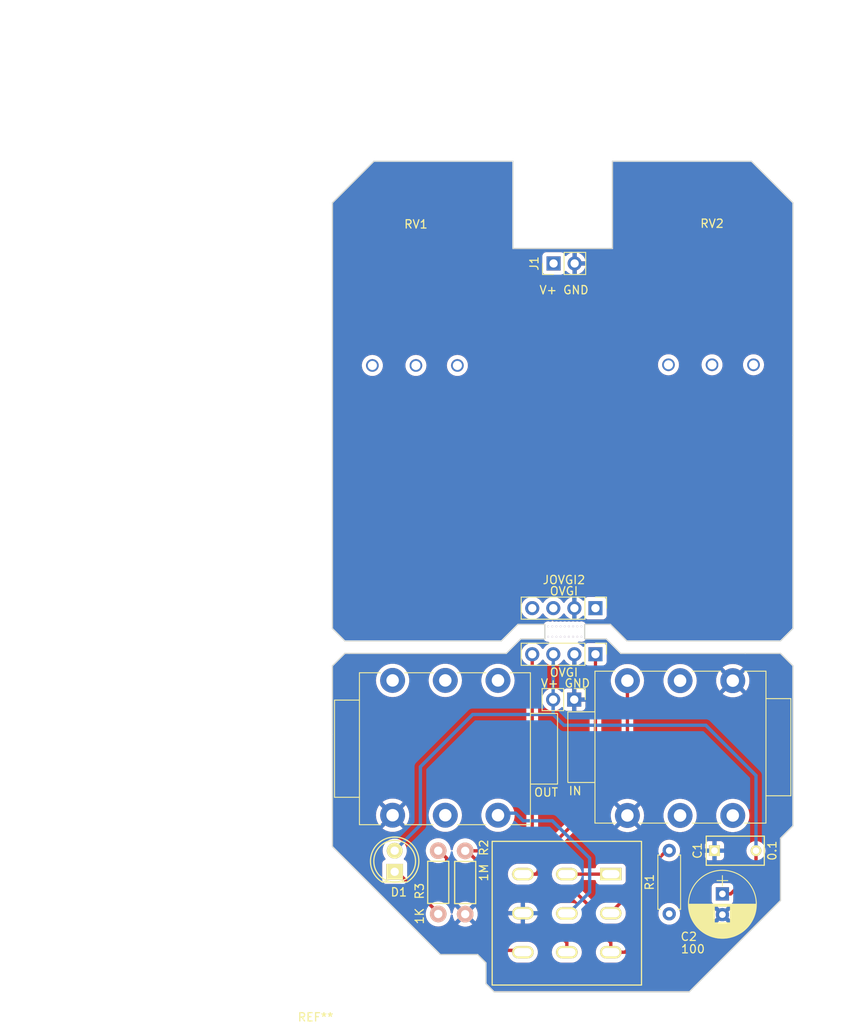
<source format=kicad_pcb>
(kicad_pcb (version 20221018) (generator pcbnew)
  (layers (0 "F.Cu" signal) (31 "B.Cu" signal) (34 "B.Paste" user) (35 "F.Paste" user) (36 "B.SilkS" user "B.Silkscreen") (37 "F.SilkS" user "F.Silkscreen") (38 "B.Mask" user) (39 "F.Mask" user) (44 "Edge.Cuts" user))
  (net 0 "")
  (net 4 "Net-(J2-Pad2)")
  (net 5 "Net-(SW1-Pad1)")
  (net 6 "Net-(R3-Pad2)")
  (net 7 "Net-(J3-Pad2)")
  (net 8 "Net-(D1-Pad1)")
  (net 9 "GND")
  (net 10 "/O")
  (net 11 "/I")
  (net 12 "+9V")
  (footprint "Pedal-Components:Potentiometer_ALPHA_RV16106N" (layer "F.Cu") (at 164.695 59.845)
    (fp_text reference "RV2" (at 0 -0.5 unlocked) (layer "F.SilkS"))
    (fp_text value "R_Potentiometer")
    (pad "1" thru_hole circle (at -5.25 16.5) (size 1.524 1.524) (drill 1.1) (layers "*.Cu" "*.Mask"))
    (pad "2" thru_hole circle (at 0 16.5) (size 1.524 1.524) (drill 1.1) (layers "*.Cu" "*.Mask"))
    (pad "3" thru_hole circle (at 5 16.5) (size 1.524 1.524) (drill 1.1) (layers "*.Cu" "*.Mask"))
  )
  (footprint "KiCad Lib:mousebites" (layer "F.Cu") (at 146.945 109.845)
    (fp_text reference "REF**" hide)
    (fp_text value "mousebites" hide)
    (pad "" thru_hole circle (at -2 -2) (size 0.2 0.2) (drill 0.2) (layers "*.Cu" "*.Mask"))
    (pad "" thru_hole circle (at -1.5 -2) (size 0.2 0.2) (drill 0.2) (layers "*.Cu" "*.Mask"))
    (pad "" thru_hole circle (at -1 -2) (size 0.2 0.2) (drill 0.2) (layers "*.Cu" "*.Mask"))
    (pad "" thru_hole circle (at -0.5 -2) (size 0.2 0.2) (drill 0.2) (layers "*.Cu" "*.Mask"))
    (pad "" thru_hole circle (at 0 -2) (size 0.2 0.2) (drill 0.2) (layers "*.Cu" "*.Mask"))
    (pad "" thru_hole circle (at 0.5 -2) (size 0.2 0.2) (drill 0.2) (layers "*.Cu" "*.Mask"))
    (pad "" thru_hole circle (at 1 -2) (size 0.2 0.2) (drill 0.2) (layers "*.Cu" "*.Mask"))
    (pad "" thru_hole circle (at 1.5 -2) (size 0.2 0.2) (drill 0.2) (layers "*.Cu" "*.Mask"))
    (pad "" thru_hole circle (at 2 -2) (size 0.2 0.2) (drill 0.2) (layers "*.Cu" "*.Mask"))
  )
  (footprint "Connectors:NMJ6HCD2" (layer "F.Cu") (at 167.195 114.375 -90)
    (fp_text reference "J2" hide)
    (fp_text value "IN" (at 13.28 19) (layer "F.SilkS"))
    (fp_line (start -1.14 -4) (end 17.15 -4) (stroke (width 0.12)) (layer "F.SilkS"))
    (fp_line (start -1.14 -1.45) (end -1.14 -4) (stroke (width 0.12)) (layer "F.SilkS"))
    (fp_line (start -1.14 4.89) (end -1.14 1.46) (stroke (width 0.12)) (layer "F.SilkS"))
    (fp_line (start -1.14 11.24) (end -1.14 7.81) (stroke (width 0.12)) (layer "F.SilkS"))
    (fp_line (start -1.14 16.61) (end -1.14 14.16) (stroke (width 0.12)) (layer "F.SilkS"))
    (fp_line (start -1.14 16.61) (end 17.15 16.61) (stroke (width 0.12)) (layer "F.SilkS"))
    (fp_line (start 2.16 -7) (end 2.16 -4) (stroke (width 0.12)) (layer "F.SilkS"))
    (fp_line (start 2.16 -7) (end 13.86 -7) (stroke (width 0.12)) (layer "F.SilkS"))
    (fp_line (start 3.75 16.64) (end 3.75 19.86) (stroke (width 0.12)) (layer "F.SilkS"))
    (fp_line (start 3.75 19.88) (end 12.23 19.88) (stroke (width 0.12)) (layer "F.SilkS"))
    (fp_line (start 12.26 16.64) (end 12.26 19.86) (stroke (width 0.12)) (layer "F.SilkS"))
    (fp_line (start 13.86 -7) (end 13.86 -4) (stroke (width 0.12)) (layer "F.SilkS"))
    (fp_line (start 17.15 -4) (end 17.15 -1.45) (stroke (width 0.12)) (layer "F.SilkS"))
    (fp_line (start 17.15 1.46) (end 17.15 4.89) (stroke (width 0.12)) (layer "F.SilkS"))
    (fp_line (start 17.15 7.81) (end 17.15 11.24) (stroke (width 0.12)) (layer "F.SilkS"))
    (fp_line (start 17.15 16.61) (end 17.15 14.16) (stroke (width 0.12)) (layer "F.SilkS"))
    (pad "1" thru_hole circle (at 0 0 270) (size 3 3) (drill 1.5) (layers "*.Cu" "*.Mask") (net 9 "GND"))
    (pad "2" thru_hole circle (at 0 12.7 270) (size 3 3) (drill 1.5) (layers "*.Cu" "*.Mask") (net 4 "Net-(J2-Pad2)"))
    (pad "3" thru_hole circle (at 0 6.35 270) (size 3 3) (drill 1.5) (layers "*.Cu" "*.Mask"))
    (pad "4" thru_hole circle (at 16.23 0 270) (size 3 3) (drill 1.5) (layers "*.Cu" "*.Mask"))
    (pad "5" thru_hole circle (at 16.23 12.7 270) (size 3 3) (drill 1.5) (layers "*.Cu" "*.Mask") (net 9 "GND"))
    (pad "6" thru_hole circle (at 16.23 6.35 270) (size 3 3) (drill 1.5) (layers "*.Cu" "*.Mask"))
  )
  (footprint "Resistors_ThroughHole:Resistor_Horizontal_RM7mm" (layer "F.Cu") (at 134.945 134.865 -90)
    (fp_text reference "R2" (at -0.38 -2.25 90) (layer "F.SilkS"))
    (fp_text value "1M" (at 2.62 -2.25 90) (layer "F.SilkS"))
    (fp_line (start 1.27 -1.27) (end 6.35 -1.27) (stroke (width 0.15)) (layer "F.SilkS"))
    (fp_line (start 1.27 1.27) (end 1.27 -1.27) (stroke (width 0.15)) (layer "F.SilkS"))
    (fp_line (start 6.35 -1.27) (end 6.35 1.27) (stroke (width 0.15)) (layer "F.SilkS"))
    (fp_line (start 6.35 1.27) (end 1.27 1.27) (stroke (width 0.15)) (layer "F.SilkS"))
    (pad "1" thru_hole circle (at 0 0 270) (size 1.99898 1.99898) (drill 1.00076) (layers "*.Cu" "*.SilkS" "*.Mask") (net 10 "/O"))
    (pad "2" thru_hole circle (at 7.62 0 270) (size 1.99898 1.99898) (drill 1.00076) (layers "*.Cu" "*.SilkS" "*.Mask") (net 9 "GND"))
  )
  (footprint "Pin_Headers:Pin_Header_Straight_1x02_Pitch2.54mm" (layer "F.Cu") (at 145.595 64.145 90)
    (fp_text reference "J1" (at 0 -2.33 90) (layer "F.SilkS"))
    (fp_text value "V+ GND" (at -3.2 1.26 180) (layer "F.SilkS"))
    (fp_line (start -1.33 -1.33) (end 0 -1.33) (stroke (width 0.12)) (layer "F.SilkS"))
    (fp_line (start -1.33 0) (end -1.33 -1.33) (stroke (width 0.12)) (layer "F.SilkS"))
    (fp_line (start -1.33 1.27) (end -1.33 3.87) (stroke (width 0.12)) (layer "F.SilkS"))
    (fp_line (start -1.33 1.27) (end 1.33 1.27) (stroke (width 0.12)) (layer "F.SilkS"))
    (fp_line (start -1.33 3.87) (end 1.33 3.87) (stroke (width 0.12)) (layer "F.SilkS"))
    (fp_line (start 1.33 1.27) (end 1.33 3.87) (stroke (width 0.12)) (layer "F.SilkS"))
    (pad "1" thru_hole rect (at 0 0 90) (size 1.7 1.7) (drill 1) (layers "*.Cu" "*.Mask") (net 12 "+9V"))
    (pad "2" thru_hole oval (at 0 2.54 90) (size 1.7 1.7) (drill 1) (layers "*.Cu" "*.Mask") (net 9 "GND"))
  )
  (footprint "Resistors_ThroughHole:Resistor_Horizontal_RM7mm" (layer "F.Cu") (at 131.695 142.465 90)
    (fp_text reference "R3" (at 2.75 -2.25 90) (layer "F.SilkS"))
    (fp_text value "1K" (at -0.25 -2.25 90) (layer "F.SilkS"))
    (fp_line (start 1.27 -1.27) (end 6.35 -1.27) (stroke (width 0.15)) (layer "F.SilkS"))
    (fp_line (start 1.27 1.27) (end 1.27 -1.27) (stroke (width 0.15)) (layer "F.SilkS"))
    (fp_line (start 6.35 -1.27) (end 6.35 1.27) (stroke (width 0.15)) (layer "F.SilkS"))
    (fp_line (start 6.35 1.27) (end 1.27 1.27) (stroke (width 0.15)) (layer "F.SilkS"))
    (pad "1" thru_hole circle (at 0 0 90) (size 1.99898 1.99898) (drill 1.00076) (layers "*.Cu" "*.SilkS" "*.Mask") (net 8 "Net-(D1-Pad1)"))
    (pad "2" thru_hole circle (at 7.62 0 90) (size 1.99898 1.99898) (drill 1.00076) (layers "*.Cu" "*.SilkS" "*.Mask") (net 6 "Net-(R3-Pad2)"))
  )
  (footprint "KiCad Lib:mousebites" (layer "F.Cu") (at 146.945 111.095)
    (fp_text reference "REF**" hide)
    (fp_text value "mousebites" hide)
    (pad "" thru_hole circle (at -2 -2) (size 0.2 0.2) (drill 0.2) (layers "*.Cu" "*.Mask"))
    (pad "" thru_hole circle (at -1.5 -2) (size 0.2 0.2) (drill 0.2) (layers "*.Cu" "*.Mask"))
    (pad "" thru_hole circle (at -1 -2) (size 0.2 0.2) (drill 0.2) (layers "*.Cu" "*.Mask"))
    (pad "" thru_hole circle (at -0.5 -2) (size 0.2 0.2) (drill 0.2) (layers "*.Cu" "*.Mask"))
    (pad "" thru_hole circle (at 0 -2) (size 0.2 0.2) (drill 0.2) (layers "*.Cu" "*.Mask"))
    (pad "" thru_hole circle (at 0.5 -2) (size 0.2 0.2) (drill 0.2) (layers "*.Cu" "*.Mask"))
    (pad "" thru_hole circle (at 1 -2) (size 0.2 0.2) (drill 0.2) (layers "*.Cu" "*.Mask"))
    (pad "" thru_hole circle (at 1.5 -2) (size 0.2 0.2) (drill 0.2) (layers "*.Cu" "*.Mask"))
    (pad "" thru_hole circle (at 2 -2) (size 0.2 0.2) (drill 0.2) (layers "*.Cu" "*.Mask"))
  )
  (footprint "Capacitors_THT:CP_Radial_D8.0mm_P2.50mm" (layer "F.Cu") (at 165.945 140.045 -90)
    (fp_text reference "C2" (at 5.15 4.05) (layer "F.SilkS"))
    (fp_text value "100" (at 6.65 3.55) (layer "F.SilkS"))
    (fp_line (start -2.2 0) (end -1 0) (stroke (width 0.12)) (layer "F.SilkS"))
    (fp_line (start -1.6 -0.65) (end -1.6 0.65) (stroke (width 0.12)) (layer "F.SilkS"))
    (fp_line (start 1.25 -4.05) (end 1.25 4.05) (stroke (width 0.12)) (layer "F.SilkS"))
    (fp_line (start 1.29 -4.05) (end 1.29 4.05) (stroke (width 0.12)) (layer "F.SilkS"))
    (fp_line (start 1.33 -4.05) (end 1.33 4.05) (stroke (width 0.12)) (layer "F.SilkS"))
    (fp_line (start 1.37 -4.049) (end 1.37 4.049) (stroke (width 0.12)) (layer "F.SilkS"))
    (fp_line (start 1.41 -4.047) (end 1.41 4.047) (stroke (width 0.12)) (layer "F.SilkS"))
    (fp_line (start 1.45 -4.046) (end 1.45 4.046) (stroke (width 0.12)) (layer "F.SilkS"))
    (fp_line (start 1.49 -4.043) (end 1.49 4.043) (stroke (width 0.12)) (layer "F.SilkS"))
    (fp_line (start 1.53 -4.041) (end 1.53 -0.98) (stroke (width 0.12)) (layer "F.SilkS"))
    (fp_line (start 1.53 0.98) (end 1.53 4.041) (stroke (width 0.12)) (layer "F.SilkS"))
    (fp_line (start 1.57 -4.038) (end 1.57 -0.98) (stroke (width 0.12)) (layer "F.SilkS"))
    (fp_line (start 1.57 0.98) (end 1.57 4.038) (stroke (width 0.12)) (layer "F.SilkS"))
    (fp_line (start 1.61 -4.035) (end 1.61 -0.98) (stroke (width 0.12)) (layer "F.SilkS"))
    (fp_line (start 1.61 0.98) (end 1.61 4.035) (stroke (width 0.12)) (layer "F.SilkS"))
    (fp_line (start 1.65 -4.031) (end 1.65 -0.98) (stroke (width 0.12)) (layer "F.SilkS"))
    (fp_line (start 1.65 0.98) (end 1.65 4.031) (stroke (width 0.12)) (layer "F.SilkS"))
    (fp_line (start 1.69 -4.027) (end 1.69 -0.98) (stroke (width 0.12)) (layer "F.SilkS"))
    (fp_line (start 1.69 0.98) (end 1.69 4.027) (stroke (width 0.12)) (layer "F.SilkS"))
    (fp_line (start 1.73 -4.022) (end 1.73 -0.98) (stroke (width 0.12)) (layer "F.SilkS"))
    (fp_line (start 1.73 0.98) (end 1.73 4.022) (stroke (width 0.12)) (layer "F.SilkS"))
    (fp_line (start 1.77 -4.017) (end 1.77 -0.98) (stroke (width 0.12)) (layer "F.SilkS"))
    (fp_line (start 1.77 0.98) (end 1.77 4.017) (stroke (width 0.12)) (layer "F.SilkS"))
    (fp_line (start 1.81 -4.012) (end 1.81 -0.98) (stroke (width 0.12)) (layer "F.SilkS"))
    (fp_line (start 1.81 0.98) (end 1.81 4.012) (stroke (width 0.12)) (layer "F.SilkS"))
    (fp_line (start 1.85 -4.006) (end 1.85 -0.98) (stroke (width 0.12)) (layer "F.SilkS"))
    (fp_line (start 1.85 0.98) (end 1.85 4.006) (stroke (width 0.12)) (layer "F.SilkS"))
    (fp_line (start 1.89 -4) (end 1.89 -0.98) (stroke (width 0.12)) (layer "F.SilkS"))
    (fp_line (start 1.89 0.98) (end 1.89 4) (stroke (width 0.12)) (layer "F.SilkS"))
    (fp_line (start 1.93 -3.994) (end 1.93 -0.98) (stroke (width 0.12)) (layer "F.SilkS"))
    (fp_line (start 1.93 0.98) (end 1.93 3.994) (stroke (width 0.12)) (layer "F.SilkS"))
    (fp_line (start 1.971 -3.987) (end 1.971 -0.98) (stroke (width 0.12)) (layer "F.SilkS"))
    (fp_line (start 1.971 0.98) (end 1.971 3.987) (stroke (width 0.12)) (layer "F.SilkS"))
    (fp_line (start 2.011 -3.979) (end 2.011 -0.98) (stroke (width 0.12)) (layer "F.SilkS"))
    (fp_line (start 2.011 0.98) (end 2.011 3.979) (stroke (width 0.12)) (layer "F.SilkS"))
    (fp_line (start 2.051 -3.971) (end 2.051 -0.98) (stroke (width 0.12)) (layer "F.SilkS"))
    (fp_line (start 2.051 0.98) (end 2.051 3.971) (stroke (width 0.12)) (layer "F.SilkS"))
    (fp_line (start 2.091 -3.963) (end 2.091 -0.98) (stroke (width 0.12)) (layer "F.SilkS"))
    (fp_line (start 2.091 0.98) (end 2.091 3.963) (stroke (width 0.12)) (layer "F.SilkS"))
    (fp_line (start 2.131 -3.955) (end 2.131 -0.98) (stroke (width 0.12)) (layer "F.SilkS"))
    (fp_line (start 2.131 0.98) (end 2.131 3.955) (stroke (width 0.12)) (layer "F.SilkS"))
    (fp_line (start 2.171 -3.946) (end 2.171 -0.98) (stroke (width 0.12)) (layer "F.SilkS"))
    (fp_line (start 2.171 0.98) (end 2.171 3.946) (stroke (width 0.12)) (layer "F.SilkS"))
    (fp_line (start 2.211 -3.936) (end 2.211 -0.98) (stroke (width 0.12)) (layer "F.SilkS"))
    (fp_line (start 2.211 0.98) (end 2.211 3.936) (stroke (width 0.12)) (layer "F.SilkS"))
    (fp_line (start 2.251 -3.926) (end 2.251 -0.98) (stroke (width 0.12)) (layer "F.SilkS"))
    (fp_line (start 2.251 0.98) (end 2.251 3.926) (stroke (width 0.12)) (layer "F.SilkS"))
    (fp_line (start 2.291 -3.916) (end 2.291 -0.98) (stroke (width 0.12)) (layer "F.SilkS"))
    (fp_line (start 2.291 0.98) (end 2.291 3.916) (stroke (width 0.12)) (layer "F.SilkS"))
    (fp_line (start 2.331 -3.905) (end 2.331 -0.98) (stroke (width 0.12)) (layer "F.SilkS"))
    (fp_line (start 2.331 0.98) (end 2.331 3.905) (stroke (width 0.12)) (layer "F.SilkS"))
    (fp_line (start 2.371 -3.894) (end 2.371 -0.98) (stroke (width 0.12)) (layer "F.SilkS"))
    (fp_line (start 2.371 0.98) (end 2.371 3.894) (stroke (width 0.12)) (layer "F.SilkS"))
    (fp_line (start 2.411 -3.883) (end 2.411 -0.98) (stroke (width 0.12)) (layer "F.SilkS"))
    (fp_line (start 2.411 0.98) (end 2.411 3.883) (stroke (width 0.12)) (layer "F.SilkS"))
    (fp_line (start 2.451 -3.87) (end 2.451 -0.98) (stroke (width 0.12)) (layer "F.SilkS"))
    (fp_line (start 2.451 0.98) (end 2.451 3.87) (stroke (width 0.12)) (layer "F.SilkS"))
    (fp_line (start 2.491 -3.858) (end 2.491 -0.98) (stroke (width 0.12)) (layer "F.SilkS"))
    (fp_line (start 2.491 0.98) (end 2.491 3.858) (stroke (width 0.12)) (layer "F.SilkS"))
    (fp_line (start 2.531 -3.845) (end 2.531 -0.98) (stroke (width 0.12)) (layer "F.SilkS"))
    (fp_line (start 2.531 0.98) (end 2.531 3.845) (stroke (width 0.12)) (layer "F.SilkS"))
    (fp_line (start 2.571 -3.832) (end 2.571 -0.98) (stroke (width 0.12)) (layer "F.SilkS"))
    (fp_line (start 2.571 0.98) (end 2.571 3.832) (stroke (width 0.12)) (layer "F.SilkS"))
    (fp_line (start 2.611 -3.818) (end 2.611 -0.98) (stroke (width 0.12)) (layer "F.SilkS"))
    (fp_line (start 2.611 0.98) (end 2.611 3.818) (stroke (width 0.12)) (layer "F.SilkS"))
    (fp_line (start 2.651 -3.803) (end 2.651 -0.98) (stroke (width 0.12)) (layer "F.SilkS"))
    (fp_line (start 2.651 0.98) (end 2.651 3.803) (stroke (width 0.12)) (layer "F.SilkS"))
    (fp_line (start 2.691 -3.789) (end 2.691 -0.98) (stroke (width 0.12)) (layer "F.SilkS"))
    (fp_line (start 2.691 0.98) (end 2.691 3.789) (stroke (width 0.12)) (layer "F.SilkS"))
    (fp_line (start 2.731 -3.773) (end 2.731 -0.98) (stroke (width 0.12)) (layer "F.SilkS"))
    (fp_line (start 2.731 0.98) (end 2.731 3.773) (stroke (width 0.12)) (layer "F.SilkS"))
    (fp_line (start 2.771 -3.758) (end 2.771 -0.98) (stroke (width 0.12)) (layer "F.SilkS"))
    (fp_line (start 2.771 0.98) (end 2.771 3.758) (stroke (width 0.12)) (layer "F.SilkS"))
    (fp_line (start 2.811 -3.741) (end 2.811 -0.98) (stroke (width 0.12)) (layer "F.SilkS"))
    (fp_line (start 2.811 0.98) (end 2.811 3.741) (stroke (width 0.12)) (layer "F.SilkS"))
    (fp_line (start 2.851 -3.725) (end 2.851 -0.98) (stroke (width 0.12)) (layer "F.SilkS"))
    (fp_line (start 2.851 0.98) (end 2.851 3.725) (stroke (width 0.12)) (layer "F.SilkS"))
    (fp_line (start 2.891 -3.707) (end 2.891 -0.98) (stroke (width 0.12)) (layer "F.SilkS"))
    (fp_line (start 2.891 0.98) (end 2.891 3.707) (stroke (width 0.12)) (layer "F.SilkS"))
    (fp_line (start 2.931 -3.69) (end 2.931 -0.98) (stroke (width 0.12)) (layer "F.SilkS"))
    (fp_line (start 2.931 0.98) (end 2.931 3.69) (stroke (width 0.12)) (layer "F.SilkS"))
    (fp_line (start 2.971 -3.671) (end 2.971 -0.98) (stroke (width 0.12)) (layer "F.SilkS"))
    (fp_line (start 2.971 0.98) (end 2.971 3.671) (stroke (width 0.12)) (layer "F.SilkS"))
    (fp_line (start 3.011 -3.652) (end 3.011 -0.98) (stroke (width 0.12)) (layer "F.SilkS"))
    (fp_line (start 3.011 0.98) (end 3.011 3.652) (stroke (width 0.12)) (layer "F.SilkS"))
    (fp_line (start 3.051 -3.633) (end 3.051 -0.98) (stroke (width 0.12)) (layer "F.SilkS"))
    (fp_line (start 3.051 0.98) (end 3.051 3.633) (stroke (width 0.12)) (layer "F.SilkS"))
    (fp_line (start 3.091 -3.613) (end 3.091 -0.98) (stroke (width 0.12)) (layer "F.SilkS"))
    (fp_line (start 3.091 0.98) (end 3.091 3.613) (stroke (width 0.12)) (layer "F.SilkS"))
    (fp_line (start 3.131 -3.593) (end 3.131 -0.98) (stroke (width 0.12)) (layer "F.SilkS"))
    (fp_line (start 3.131 0.98) (end 3.131 3.593) (stroke (width 0.12)) (layer "F.SilkS"))
    (fp_line (start 3.171 -3.572) (end 3.171 -0.98) (stroke (width 0.12)) (layer "F.SilkS"))
    (fp_line (start 3.171 0.98) (end 3.171 3.572) (stroke (width 0.12)) (layer "F.SilkS"))
    (fp_line (start 3.211 -3.55) (end 3.211 -0.98) (stroke (width 0.12)) (layer "F.SilkS"))
    (fp_line (start 3.211 0.98) (end 3.211 3.55) (stroke (width 0.12)) (layer "F.SilkS"))
    (fp_line (start 3.251 -3.528) (end 3.251 -0.98) (stroke (width 0.12)) (layer "F.SilkS"))
    (fp_line (start 3.251 0.98) (end 3.251 3.528) (stroke (width 0.12)) (layer "F.SilkS"))
    (fp_line (start 3.291 -3.505) (end 3.291 -0.98) (stroke (width 0.12)) (layer "F.SilkS"))
    (fp_line (start 3.291 0.98) (end 3.291 3.505) (stroke (width 0.12)) (layer "F.SilkS"))
    (fp_line (start 3.331 -3.482) (end 3.331 -0.98) (stroke (width 0.12)) (layer "F.SilkS"))
    (fp_line (start 3.331 0.98) (end 3.331 3.482) (stroke (width 0.12)) (layer "F.SilkS"))
    (fp_line (start 3.371 -3.458) (end 3.371 -0.98) (stroke (width 0.12)) (layer "F.SilkS"))
    (fp_line (start 3.371 0.98) (end 3.371 3.458) (stroke (width 0.12)) (layer "F.SilkS"))
    (fp_line (start 3.411 -3.434) (end 3.411 -0.98) (stroke (width 0.12)) (layer "F.SilkS"))
    (fp_line (start 3.411 0.98) (end 3.411 3.434) (stroke (width 0.12)) (layer "F.SilkS"))
    (fp_line (start 3.451 -3.408) (end 3.451 -0.98) (stroke (width 0.12)) (layer "F.SilkS"))
    (fp_line (start 3.451 0.98) (end 3.451 3.408) (stroke (width 0.12)) (layer "F.SilkS"))
    (fp_line (start 3.491 -3.383) (end 3.491 3.383) (stroke (width 0.12)) (layer "F.SilkS"))
    (fp_line (start 3.531 -3.356) (end 3.531 3.356) (stroke (width 0.12)) (layer "F.SilkS"))
    (fp_line (start 3.571 -3.329) (end 3.571 3.329) (stroke (width 0.12)) (layer "F.SilkS"))
    (fp_line (start 3.611 -3.301) (end 3.611 3.301) (stroke (width 0.12)) (layer "F.SilkS"))
    (fp_line (start 3.651 -3.272) (end 3.651 3.272) (stroke (width 0.12)) (layer "F.SilkS"))
    (fp_line (start 3.691 -3.243) (end 3.691 3.243) (stroke (width 0.12)) (layer "F.SilkS"))
    (fp_line (start 3.731 -3.213) (end 3.731 3.213) (stroke (width 0.12)) (layer "F.SilkS"))
    (fp_line (start 3.771 -3.182) (end 3.771 3.182) (stroke (width 0.12)) (layer "F.SilkS"))
    (fp_line (start 3.811 -3.15) (end 3.811 3.15) (stroke (width 0.12)) (layer "F.SilkS"))
    (fp_line (start 3.851 -3.118) (end 3.851 3.118) (stroke (width 0.12)) (layer "F.SilkS"))
    (fp_line (start 3.891 -3.084) (end 3.891 3.084) (stroke (width 0.12)) (layer "F.SilkS"))
    (fp_line (start 3.931 -3.05) (end 3.931 3.05) (stroke (width 0.12)) (layer "F.SilkS"))
    (fp_line (start 3.971 -3.015) (end 3.971 3.015) (stroke (width 0.12)) (layer "F.SilkS"))
    (fp_line (start 4.011 -2.979) (end 4.011 2.979) (stroke (width 0.12)) (layer "F.SilkS"))
    (fp_line (start 4.051 -2.942) (end 4.051 2.942) (stroke (width 0.12)) (layer "F.SilkS"))
    (fp_line (start 4.091 -2.904) (end 4.091 2.904) (stroke (width 0.12)) (layer "F.SilkS"))
    (fp_line (start 4.131 -2.865) (end 4.131 2.865) (stroke (width 0.12)) (layer "F.SilkS"))
    (fp_line (start 4.171 -2.824) (end 4.171 2.824) (stroke (width 0.12)) (layer "F.SilkS"))
    (fp_line (start 4.211 -2.783) (end 4.211 2.783) (stroke (width 0.12)) (layer "F.SilkS"))
    (fp_line (start 4.251 -2.74) (end 4.251 2.74) (stroke (width 0.12)) (layer "F.SilkS"))
    (fp_line (start 4.291 -2.697) (end 4.291 2.697) (stroke (width 0.12)) (layer "F.SilkS"))
    (fp_line (start 4.331 -2.652) (end 4.331 2.652) (stroke (width 0.12)) (layer "F.SilkS"))
    (fp_line (start 4.371 -2.605) (end 4.371 2.605) (stroke (width 0.12)) (layer "F.SilkS"))
    (fp_line (start 4.411 -2.557) (end 4.411 2.557) (stroke (width 0.12)) (layer "F.SilkS"))
    (fp_line (start 4.451 -2.508) (end 4.451 2.508) (stroke (width 0.12)) (layer "F.SilkS"))
    (fp_line (start 4.491 -2.457) (end 4.491 2.457) (stroke (width 0.12)) (layer "F.SilkS"))
    (fp_line (start 4.531 -2.404) (end 4.531 2.404) (stroke (width 0.12)) (layer "F.SilkS"))
    (fp_line (start 4.571 -2.349) (end 4.571 2.349) (stroke (width 0.12)) (layer "F.SilkS"))
    (fp_line (start 4.611 -2.293) (end 4.611 2.293) (stroke (width 0.12)) (layer "F.SilkS"))
    (fp_line (start 4.651 -2.234) (end 4.651 2.234) (stroke (width 0.12)) (layer "F.SilkS"))
    (fp_line (start 4.691 -2.173) (end 4.691 2.173) (stroke (width 0.12)) (layer "F.SilkS"))
    (fp_line (start 4.731 -2.109) (end 4.731 2.109) (stroke (width 0.12)) (layer "F.SilkS"))
    (fp_line (start 4.771 -2.043) (end 4.771 2.043) (stroke (width 0.12)) (layer "F.SilkS"))
    (fp_line (start 4.811 -1.974) (end 4.811 1.974) (stroke (width 0.12)) (layer "F.SilkS"))
    (fp_line (start 4.851 -1.902) (end 4.851 1.902) (stroke (width 0.12)) (layer "F.SilkS"))
    (fp_line (start 4.891 -1.826) (end 4.891 1.826) (stroke (width 0.12)) (layer "F.SilkS"))
    (fp_line (start 4.931 -1.745) (end 4.931 1.745) (stroke (width 0.12)) (layer "F.SilkS"))
    (fp_line (start 4.971 -1.66) (end 4.971 1.66) (stroke (width 0.12)) (layer "F.SilkS"))
    (fp_line (start 5.011 -1.57) (end 5.011 1.57) (stroke (width 0.12)) (layer "F.SilkS"))
    (fp_line (start 5.051 -1.473) (end 5.051 1.473) (stroke (width 0.12)) (layer "F.SilkS"))
    (fp_line (start 5.091 -1.369) (end 5.091 1.369) (stroke (width 0.12)) (layer "F.SilkS"))
    (fp_line (start 5.131 -1.254) (end 5.131 1.254) (stroke (width 0.12)) (layer "F.SilkS"))
    (fp_line (start 5.171 -1.127) (end 5.171 1.127) (stroke (width 0.12)) (layer "F.SilkS"))
    (fp_line (start 5.211 -0.983) (end 5.211 0.983) (stroke (width 0.12)) (layer "F.SilkS"))
    (fp_line (start 5.251 -0.814) (end 5.251 0.814) (stroke (width 0.12)) (layer "F.SilkS"))
    (fp_line (start 5.291 -0.598) (end 5.291 0.598) (stroke (width 0.12)) (layer "F.SilkS"))
    (fp_line (start 5.331 -0.246) (end 5.331 0.246) (stroke (width 0.12)) (layer "F.SilkS"))
    (fp_circle (center 1.25 0) (end 5.34 0) (stroke (width 0.12)) (fill none) (layer "F.SilkS"))
    (pad "1" thru_hole rect (at 0 0 270) (size 1.6 1.6) (drill 0.8) (layers "*.Cu" "*.Mask") (net 12 "+9V"))
    (pad "2" thru_hole circle (at 2.5 0 270) (size 1.6 1.6) (drill 0.8) (layers "*.Cu" "*.Mask") (net 9 "GND"))
  )
  (footprint "Pedal-Components:Potentiometer_ALPHA_RV16106N" (layer "F.Cu") (at 129.005 59.925)
    (fp_text reference "RV1" (at 0 -0.5 unlocked) (layer "F.SilkS"))
    (fp_text value "R_Potentiometer")
    (pad "1" thru_hole circle (at -5.25 16.5) (size 1.524 1.524) (drill 1.1) (layers "*.Cu" "*.Mask"))
    (pad "2" thru_hole circle (at 0 16.5) (size 1.524 1.524) (drill 1.1) (layers "*.Cu" "*.Mask"))
    (pad "3" thru_hole circle (at 5 16.5) (size 1.524 1.524) (drill 1.1) (layers "*.Cu" "*.Mask"))
  )
  (footprint "LEDs:LED-5MM" (layer "F.Cu") (at 126.445 137.385 90)
    (fp_text reference "D1" (at -2.46 0.5) (layer "F.SilkS"))
    (fp_text value "LED" hide)
    (fp_line (start -1.23 1.5) (end -1.23 -1.5) (stroke (width 0.15)) (layer "F.SilkS"))
    (fp_arc (start -1.23 -1.5) (mid 4.18544 -0.014565) (end -1.214888 1.524904) (stroke (width 0.15)) (layer "F.SilkS"))
    (fp_circle (center 1.27 0) (end 0.97 -2.5) (stroke (width 0.15)) (fill none) (layer "F.SilkS"))
    (pad "1" thru_hole rect (at 0 0 180) (size 2 1.9) (drill 1.00076) (layers "*.Cu" "*.Mask" "F.SilkS") (net 8 "Net-(D1-Pad1)"))
    (pad "2" thru_hole circle (at 2.54 0 90) (size 1.9 1.9) (drill 1.00076) (layers "*.Cu" "*.Mask" "F.SilkS") (net 12 "+9V"))
  )
  (footprint "Connectors:NMJ6HCD2" (layer "F.Cu") (at 126.195 130.575 90)
    (fp_text reference "J3" hide)
    (fp_text value "OUT" (at 2.75 18.5) (layer "F.SilkS"))
    (fp_line (start -1.14 -4) (end 17.15 -4) (stroke (width 0.12)) (layer "F.SilkS"))
    (fp_line (start -1.14 -1.45) (end -1.14 -4) (stroke (width 0.12)) (layer "F.SilkS"))
    (fp_line (start -1.14 4.89) (end -1.14 1.46) (stroke (width 0.12)) (layer "F.SilkS"))
    (fp_line (start -1.14 11.24) (end -1.14 7.81) (stroke (width 0.12)) (layer "F.SilkS"))
    (fp_line (start -1.14 16.61) (end -1.14 14.16) (stroke (width 0.12)) (layer "F.SilkS"))
    (fp_line (start -1.14 16.61) (end 17.15 16.61) (stroke (width 0.12)) (layer "F.SilkS"))
    (fp_line (start 2.16 -7) (end 2.16 -4) (stroke (width 0.12)) (layer "F.SilkS"))
    (fp_line (start 2.16 -7) (end 13.86 -7) (stroke (width 0.12)) (layer "F.SilkS"))
    (fp_line (start 3.75 16.64) (end 3.75 19.86) (stroke (width 0.12)) (layer "F.SilkS"))
    (fp_line (start 3.75 19.88) (end 12.23 19.88) (stroke (width 0.12)) (layer "F.SilkS"))
    (fp_line (start 12.26 16.64) (end 12.26 19.86) (stroke (width 0.12)) (layer "F.SilkS"))
    (fp_line (start 13.86 -7) (end 13.86 -4) (stroke (width 0.12)) (layer "F.SilkS"))
    (fp_line (start 17.15 -4) (end 17.15 -1.45) (stroke (width 0.12)) (layer "F.SilkS"))
    (fp_line (start 17.15 1.46) (end 17.15 4.89) (stroke (width 0.12)) (layer "F.SilkS"))
    (fp_line (start 17.15 7.81) (end 17.15 11.24) (stroke (width 0.12)) (layer "F.SilkS"))
    (fp_line (start 17.15 16.61) (end 17.15 14.16) (stroke (width 0.12)) (layer "F.SilkS"))
    (pad "1" thru_hole circle (at 0 0 90) (size 3 3) (drill 1.5) (layers "*.Cu" "*.Mask") (net 9 "GND"))
    (pad "2" thru_hole circle (at 0 12.7 90) (size 3 3) (drill 1.5) (layers "*.Cu" "*.Mask") (net 7 "Net-(J3-Pad2)"))
    (pad "3" thru_hole circle (at 0 6.35 90) (size 3 3) (drill 1.5) (layers "*.Cu" "*.Mask"))
    (pad "4" thru_hole circle (at 16.23 0 90) (size 3 3) (drill 1.5) (layers "*.Cu" "*.Mask"))
    (pad "5" thru_hole circle (at 16.23 12.7 90) (size 3 3) (drill 1.5) (layers "*.Cu" "*.Mask"))
    (pad "6" thru_hole circle (at 16.23 6.35 90) (size 3 3) (drill 1.5) (layers "*.Cu" "*.Mask"))
  )
  (footprint "Pin_Headers:Pin_Header_Straight_1x02_Pitch2.54mm" (layer "F.Cu") (at 148.085 116.655 -90)
    (fp_text reference "J4" hide)
    (fp_text value "V+ GND" (at -1.96 1.06) (layer "F.SilkS"))
    (fp_line (start -1.33 -1.33) (end 0 -1.33) (stroke (width 0.12)) (layer "F.SilkS"))
    (fp_line (start -1.33 0) (end -1.33 -1.33) (stroke (width 0.12)) (layer "F.SilkS"))
    (fp_line (start -1.33 1.27) (end -1.33 3.87) (stroke (width 0.12)) (layer "F.SilkS"))
    (fp_line (start -1.33 1.27) (end 1.33 1.27) (stroke (width 0.12)) (layer "F.SilkS"))
    (fp_line (start -1.33 3.87) (end 1.33 3.87) (stroke (width 0.12)) (layer "F.SilkS"))
    (fp_line (start 1.33 1.27) (end 1.33 3.87) (stroke (width 0.12)) (layer "F.SilkS"))
    (pad "1" thru_hole rect (at 0 0 270) (size 1.7 1.7) (drill 1) (layers "*.Cu" "*.Mask") (net 9 "GND"))
    (pad "2" thru_hole oval (at 0 2.54 270) (size 1.7 1.7) (drill 1) (layers "*.Cu" "*.Mask") (net 12 "+9V"))
  )
  (footprint "KiCad Lib:1590B" (layer "F.Cu") (at 116.915 154.395)
    (fp_text reference "REF**" (at 0 0.5) (layer "F.SilkS"))
    (fp_text value "1590B")
  )
  (footprint "KiCad Lib:3PDT-Footswitch" (layer "F.Cu") (at 147.195 142.37 180)
    (fp_text reference "SW1" hide)
    (fp_text value "SW_3PDT" hide)
    (fp_line (start -9 -8.65) (end -9 8.65) (stroke (width 0.15)) (layer "F.SilkS"))
    (fp_line (start -9 -8.65) (end 9 -8.65) (stroke (width 0.15)) (layer "F.SilkS"))
    (fp_line (start 9 -8.65) (end 9 8.65) (stroke (width 0.15)) (layer "F.SilkS"))
    (fp_line (start 9 8.65) (end -8.9 8.65) (stroke (width 0.15)) (layer "F.SilkS"))
    (pad "1" thru_hole rect (at -5.3 4.7 180) (size 2.6 1.5) (drill oval 2.1 1) (layers "*.Cu" "*.Mask" "F.SilkS") (net 5 "Net-(SW1-Pad1)"))
    (pad "2" thru_hole oval (at 0 4.7 180) (size 2.6 1.5) (drill oval 2.1 1) (layers "*.Cu" "*.Mask" "F.SilkS") (net 5 "Net-(SW1-Pad1)"))
    (pad "3" thru_hole oval (at 5.3 4.7 180) (size 2.6 1.5) (drill oval 2.1 1) (layers "*.Cu" "*.Mask" "F.SilkS") (net 11 "/I"))
    (pad "4" thru_hole oval (at -5.3 0 180) (size 2.6 1.5) (drill oval 2.1 1) (layers "*.Cu" "*.Mask" "F.SilkS") (net 4 "Net-(J2-Pad2)"))
    (pad "5" thru_hole oval (at 0 -0.025 180) (size 2.6 1.5) (drill oval 2.1 1) (layers "*.Cu" "*.Mask" "F.SilkS") (net 7 "Net-(J3-Pad2)"))
    (pad "6" thru_hole oval (at 5.3 0 180) (size 2.6 1.5) (drill oval 2.1 1) (layers "*.Cu" "*.Mask" "F.SilkS") (net 9 "GND"))
    (pad "7" thru_hole oval (at -5.3 -4.7 180) (size 2.6 1.5) (drill oval 2.1 1) (layers "*.Cu" "*.Mask" "F.SilkS") (net 11 "/I"))
    (pad "8" thru_hole oval (at 0 -4.7 180) (size 2.6 1.5) (drill oval 2.1 1) (layers "*.Cu" "*.Mask" "F.SilkS") (net 10 "/O"))
    (pad "9" thru_hole oval (at 5.3 -4.7 180) (size 2.6 1.5) (drill oval 2.1 1) (layers "*.Cu" "*.Mask" "F.SilkS") (net 6 "Net-(R3-Pad2)"))
  )
  (footprint "Resistor_THT:R_Axial_DIN0207_L6.3mm_D2.5mm_P7.62mm_Horizontal" (layer "F.Cu") (at 159.535 142.445 90)
    (fp_text reference "R1" (at 3.81 -2.37 90) (layer "F.SilkS"))
    (fp_text value "R")
    (fp_line (start 0.54 -1.37) (end 7.08 -1.37) (stroke (width 0.12)) (layer "F.SilkS"))
    (fp_line (start 0.54 -1.04) (end 0.54 -1.37) (stroke (width 0.12)) (layer "F.SilkS"))
    (fp_line (start 0.54 1.04) (end 0.54 1.37) (stroke (width 0.12)) (layer "F.SilkS"))
    (fp_line (start 0.54 1.37) (end 7.08 1.37) (stroke (width 0.12)) (layer "F.SilkS"))
    (fp_line (start 7.08 -1.37) (end 7.08 -1.04) (stroke (width 0.12)) (layer "F.SilkS"))
    (fp_line (start 7.08 1.37) (end 7.08 1.04) (stroke (width 0.12)) (layer "F.SilkS"))
    (pad "1" thru_hole circle (at 0 0 90) (size 1.6 1.6) (drill 0.8) (layers "*.Cu" "*.Mask"))
    (pad "2" thru_hole oval (at 7.62 0 90) (size 1.6 1.6) (drill 0.8) (layers "*.Cu" "*.Mask"))
  )
  (footprint "Capacitors_ThroughHole:C_Rect_L7_W3.5_P5" (layer "F.Cu") (at 164.995 134.845)
    (fp_text reference "C1" (at -2.05 0 90) (layer "F.SilkS"))
    (fp_text value "0.1" (at 6.95 0 90) (layer "F.SilkS"))
    (fp_line (start -1 -1.75) (end 6 -1.75) (stroke (width 0.15)) (layer "F.SilkS"))
    (fp_line (start -1 1.75) (end -1 -1.75) (stroke (width 0.15)) (layer "F.SilkS"))
    (fp_line (start 6 -1.75) (end 6 1.75) (stroke (width 0.15)) (layer "F.SilkS"))
    (fp_line (start 6 1.75) (end -1 1.75) (stroke (width 0.15)) (layer "F.SilkS"))
    (pad "1" thru_hole rect (at 0 0) (size 1.3 1.3) (drill 0.8) (layers "*.Cu" "*.Mask" "F.SilkS") (net 9 "GND"))
    (pad "2" thru_hole circle (at 5 0) (size 1.3 1.3) (drill 0.8) (layers "*.Cu" "*.Mask" "F.SilkS") (net 12 "+9V"))
  )
  (footprint "Pin_Headers:Pin_Header_Straight_1x04_Pitch2.54mm" (layer "F.Cu") (at 150.645 111.195 -90)
    (fp_text reference "JOVGI1" hide)
    (fp_text value "OVGI" (at 2.2 3.8) (layer "F.SilkS"))
    (fp_line (start -1.33 -1.33) (end 0 -1.33) (stroke (width 0.12)) (layer "F.SilkS"))
    (fp_line (start -1.33 0) (end -1.33 -1.33) (stroke (width 0.12)) (layer "F.SilkS"))
    (fp_line (start -1.33 1.27) (end -1.33 8.95) (stroke (width 0.12)) (layer "F.SilkS"))
    (fp_line (start -1.33 1.27) (end 1.33 1.27) (stroke (width 0.12)) (layer "F.SilkS"))
    (fp_line (start -1.33 8.95) (end 1.33 8.95) (stroke (width 0.12)) (layer "F.SilkS"))
    (fp_line (start 1.33 1.27) (end 1.33 8.95) (stroke (width 0.12)) (layer "F.SilkS"))
    (pad "1" thru_hole rect (at 0 0 270) (size 1.7 1.7) (drill 1) (layers "*.Cu" "*.Mask") (net 11 "/I"))
    (pad "2" thru_hole oval (at 0 2.54 270) (size 1.7 1.7) (drill 1) (layers "*.Cu" "*.Mask") (net 9 "GND"))
    (pad "3" thru_hole oval (at 0 5.08 270) (size 1.7 1.7) (drill 1) (layers "*.Cu" "*.Mask") (net 12 "+9V"))
    (pad "4" thru_hole oval (at 0 7.62 270) (size 1.7 1.7) (drill 1) (layers "*.Cu" "*.Mask") (net 10 "/O"))
  )
  (footprint "Pin_Headers:Pin_Header_Straight_1x04_Pitch2.54mm" (layer "F.Cu") (at 150.645 105.645 -90)
    (fp_text reference "JOVGI2" (at -3.4 3.8) (layer "F.SilkS"))
    (fp_text value "OVGI" (at -2.05 3.8) (layer "F.SilkS"))
    (fp_line (start -1.33 -1.33) (end 0 -1.33) (stroke (width 0.12)) (layer "F.SilkS"))
    (fp_line (start -1.33 0) (end -1.33 -1.33) (stroke (width 0.12)) (layer "F.SilkS"))
    (fp_line (start -1.33 1.27) (end -1.33 8.95) (stroke (width 0.12)) (layer "F.SilkS"))
    (fp_line (start -1.33 1.27) (end 1.33 1.27) (stroke (width 0.12)) (layer "F.SilkS"))
    (fp_line (start -1.33 8.95) (end 1.33 8.95) (stroke (width 0.12)) (layer "F.SilkS"))
    (fp_line (start 1.33 1.27) (end 1.33 8.95) (stroke (width 0.12)) (layer "F.SilkS"))
    (pad "1" thru_hole rect (at 0 0 270) (size 1.7 1.7) (drill 1) (layers "*.Cu" "*.Mask") (net 11 "/I"))
    (pad "2" thru_hole oval (at 0 2.54 270) (size 1.7 1.7) (drill 1) (layers "*.Cu" "*.Mask") (net 9 "GND"))
    (pad "3" thru_hole oval (at 0 5.08 270) (size 1.7 1.7) (drill 1) (layers "*.Cu" "*.Mask") (net 12 "+9V"))
    (pad "4" thru_hole oval (at 0 7.62 270) (size 1.7 1.7) (drill 1) (layers "*.Cu" "*.Mask") (net 10 "/O"))
  )
  (gr_line (start 140.695 62.345) (end 152.695 62.345) (stroke (width 0.15)) (layer "Edge.Cuts"))
  (gr_line (start 149.345 107.595) (end 152.445 107.595) (stroke (width 0.15)) (layer "Edge.Cuts"))
  (gr_line (start 118.945 56.845) (end 123.945 51.845) (stroke (width 0.15)) (layer "Edge.Cuts"))
  (gr_line (start 172.945 133.345) (end 172.945 140.845) (stroke (width 0.15)) (layer "Edge.Cuts"))
  (gr_line (start 137.445 148.345) (end 136.445 147.345) (stroke (width 0.15)) (layer "Edge.Cuts"))
  (gr_line (start 120.445 111.095) (end 118.945 112.595) (stroke (width 0.15)) (layer "Edge.Cuts"))
  (gr_line (start 152.445 107.595) (end 154.445 109.595) (stroke (width 0.15)) (layer "Edge.Cuts"))
  (gr_line (start 172.945 109.595) (end 174.445 108.095) (stroke (width 0.15)) (layer "Edge.Cuts"))
  (gr_line (start 149.345 107.595) (end 149.345 109.345) (stroke (width 0.15)) (layer "Edge.Cuts"))
  (gr_line (start 139.895 111.095) (end 120.945 111.095) (stroke (width 0.15)) (layer "Edge.Cuts"))
  (gr_line (start 141.295 107.595) (end 144.545 107.595) (stroke (width 0.15)) (layer "Edge.Cuts"))
  (gr_line (start 141.645 109.345) (end 144.545 109.345) (stroke (width 0.15)) (layer "Edge.Cuts"))
  (gr_line (start 120.445 109.595) (end 118.945 108.095) (stroke (width 0.15)) (layer "Edge.Cuts"))
  (gr_line (start 151.945 109.345) (end 153.695 111.095) (stroke (width 0.15)) (layer "Edge.Cuts"))
  (gr_line (start 174.445 112.595) (end 172.945 111.095) (stroke (width 0.15)) (layer "Edge.Cuts"))
  (gr_line (start 153.695 111.095) (end 168.695 111.095) (stroke (width 0.15)) (layer "Edge.Cuts"))
  (gr_line (start 131.945 147.345) (end 130.945 146.345) (stroke (width 0.15)) (layer "Edge.Cuts"))
  (gr_line (start 140.695 51.845) (end 140.695 62.345) (stroke (width 0.15)) (layer "Edge.Cuts"))
  (gr_line (start 141.295 107.595) (end 139.295 109.595) (stroke (width 0.15)) (layer "Edge.Cuts"))
  (gr_line (start 154.445 109.595) (end 172.945 109.595) (stroke (width 0.15)) (layer "Edge.Cuts"))
  (gr_line (start 141.645 109.345) (end 139.895 111.095) (stroke (width 0.15)) (layer "Edge.Cuts"))
  (gr_line (start 174.445 108.095) (end 174.445 84.845) (stroke (width 0.15)) (layer "Edge.Cuts"))
  (gr_line (start 130.945 146.345) (end 118.945 134.345) (stroke (width 0.15)) (layer "Edge.Cuts"))
  (gr_line (start 174.445 84.845) (end 174.445 56.845) (stroke (width 0.15)) (layer "Edge.Cuts"))
  (gr_line (start 174.445 131.845) (end 174.445 112.595) (stroke (width 0.15)) (layer "Edge.Cuts"))
  (gr_line (start 138.445 151.845) (end 161.945 151.845) (stroke (width 0.15)) (layer "Edge.Cuts"))
  (gr_line (start 118.945 56.845) (end 118.945 108.095) (stroke (width 0.15)) (layer "Edge.Cuts"))
  (gr_line (start 149.345 109.345) (end 151.945 109.345) (stroke (width 0.15)) (layer "Edge.Cuts"))
  (gr_line (start 136.445 147.345) (end 132.445 147.345) (stroke (width 0.15)) (layer "Edge.Cuts"))
  (gr_line (start 140.695 51.845) (end 123.945 51.845) (stroke (width 0.15)) (layer "Edge.Cuts"))
  (gr_line (start 172.945 111.095) (end 168.695 111.095) (stroke (width 0.15)) (layer "Edge.Cuts"))
  (gr_line (start 120.945 111.095) (end 120.445 111.095) (stroke (width 0.15)) (layer "Edge.Cuts"))
  (gr_line (start 132.445 147.345) (end 131.945 147.345) (stroke (width 0.15)) (layer "Edge.Cuts"))
  (gr_line (start 118.945 134.345) (end 118.945 120.845) (stroke (width 0.15)) (layer "Edge.Cuts"))
  (gr_line (start 137.445 150.845) (end 137.445 148.345) (stroke (width 0.15)) (layer "Edge.Cuts"))
  (gr_line (start 172.945 133.345) (end 174.445 131.845) (stroke (width 0.15)) (layer "Edge.Cuts"))
  (gr_line (start 118.945 112.595) (end 118.945 120.845) (stroke (width 0.15)) (layer "Edge.Cuts"))
  (gr_line (start 120.445 109.595) (end 120.445 109.595) (stroke (width 0.15)) (layer "Edge.Cuts"))
  (gr_line (start 152.695 62.345) (end 152.695 51.845) (stroke (width 0.15)) (layer "Edge.Cuts"))
  (gr_line (start 169.445 51.845) (end 174.445 56.845) (stroke (width 0.15)) (layer "Edge.Cuts"))
  (gr_line (start 139.295 109.595) (end 120.445 109.595) (stroke (width 0.15)) (layer "Edge.Cuts"))
  (gr_line (start 144.545 107.595) (end 144.545 109.345) (stroke (width 0.15)) (layer "Edge.Cuts"))
  (gr_line (start 172.945 140.845) (end 161.945 151.845) (stroke (width 0.15)) (layer "Edge.Cuts"))
  (gr_line (start 152.695 51.845) (end 169.445 51.845) (stroke (width 0.15)) (layer "Edge.Cuts"))
  (gr_line (start 138.445 151.845) (end 137.445 150.845) (stroke (width 0.15)) (layer "Edge.Cuts"))
  (segment (start 151.425 128.335) (end 154.495 125.265) (width 0.4) (layer "F.Cu") (net 4))
  (segment (start 153.22 142.37) (end 152.495 142.37) (width 0.4) (layer "F.Cu") (net 4))
  (segment (start 152.605 133.855) (end 151.425 132.675) (width 0.4) (layer "F.Cu") (net 4))
  (segment (start 153.635 133.855) (end 152.605 133.855) (width 0.4) (layer "F.Cu") (net 4))
  (segment (start 151.425 132.675) (end 151.425 128.335) (width 0.4) (layer "F.Cu") (net 4))
  (segment (start 155.445 135.665) (end 153.635 133.855) (width 0.4) (layer "F.Cu") (net 4))
  (segment (start 152.495 142.295) (end 155.445 139.345) (width 0.4) (layer "F.Cu") (net 4))
  (segment (start 155.445 139.345) (end 155.445 135.665) (width 0.4) (layer "F.Cu") (net 4))
  (segment (start 154.495 125.265) (end 154.495 114.375) (width 0.4) (layer "F.Cu") (net 4))
  (segment (start 152.495 142.37) (end 152.495 142.295) (width 0.4) (layer "F.Cu") (net 4))
  (segment (start 147.195 137.67) (end 148.895 137.67) (width 0.4) (layer "F.Cu") (net 5))
  (segment (start 148.895 137.67) (end 152.495 137.67) (width 0.4) (layer "F.Cu") (net 5))
  (segment (start 140.045 146.845) (end 141.67 146.845) (width 0.4) (layer "F.Cu") (net 6))
  (segment (start 131.815 134.845) (end 132.694489 135.724489) (width 0.4) (layer "F.Cu") (net 6))
  (segment (start 132.694489 135.724489) (end 132.694489 137.594489) (width 0.4) (layer "F.Cu") (net 6))
  (segment (start 134.845 139.745) (end 137.145 139.745) (width 0.4) (layer "F.Cu") (net 6))
  (segment (start 138.145 140.745) (end 138.145 144.945) (width 0.4) (layer "F.Cu") (net 6))
  (segment (start 132.694489 137.594489) (end 134.845 139.745) (width 0.4) (layer "F.Cu") (net 6))
  (segment (start 137.145 139.745) (end 138.145 140.745) (width 0.4) (layer "F.Cu") (net 6))
  (segment (start 138.145 144.945) (end 140.045 146.845) (width 0.4) (layer "F.Cu") (net 6))
  (segment (start 141.67 146.845) (end 141.895 147.07) (width 0.4) (layer "F.Cu") (net 6))
  (segment (start 131.695 134.845) (end 131.815 134.845) (width 0.4) (layer "F.Cu") (net 6))
  (segment (start 145.445 131.245) (end 149.945 135.745) (width 0.4) (layer "B.Cu") (net 7))
  (segment (start 141.01632 130.325) (end 141.93632 131.245) (width 0.4) (layer "B.Cu") (net 7))
  (segment (start 141.93632 131.245) (end 145.445 131.245) (width 0.4) (layer "B.Cu") (net 7))
  (segment (start 147.395 142.395) (end 147.195 142.395) (width 0.4) (layer "B.Cu") (net 7))
  (segment (start 149.945 135.745) (end 149.945 139.845) (width 0.4) (layer "B.Cu") (net 7))
  (segment (start 149.945 139.845) (end 147.395 142.395) (width 0.4) (layer "B.Cu") (net 7))
  (segment (start 138.895 130.325) (end 141.01632 130.325) (width 0.4) (layer "B.Cu") (net 7))
  (segment (start 130.695511 141.345511) (end 131.695 142.345) (width 0.4) (layer "F.Cu") (net 8))
  (segment (start 126.695 137.345) (end 130.695511 141.345511) (width 0.4) (layer "F.Cu") (net 8))
  (segment (start 126.445 137.345) (end 126.695 137.345) (width 0.4) (layer "F.Cu") (net 8))
  (segment (start 136.024489 135.724489) (end 140.345 140.045) (width 0.4) (layer "F.Cu") (net 10))
  (segment (start 134.945 134.865) (end 135.165 134.865) (width 0.4) (layer "F.Cu") (net 10))
  (segment (start 135.165 134.865) (end 136.024489 135.724489) (width 0.4) (layer "F.Cu") (net 10))
  (segment (start 140.925 134.865) (end 134.945 134.865) (width 0.4) (layer "F.Cu") (net 10))
  (segment (start 144.545 141.445) (end 144.545 143.27) (width 0.4) (layer "F.Cu") (net 10))
  (segment (start 147.195 145.92) (end 147.195 147.07) (width 0.4) (layer "F.Cu") (net 10))
  (segment (start 140.345 140.045) (end 143.145 140.045) (width 0.4) (layer "F.Cu") (net 10))
  (segment (start 144.545 143.27) (end 147.195 145.92) (width 0.4) (layer "F.Cu") (net 10))
  (segment (start 143.025 111.195) (end 143.025 132.765) (width 0.4) (layer "F.Cu") (net 10))
  (segment (start 143.025 132.765) (end 140.925 134.865) (width 0.4) (layer "F.Cu") (net 10))
  (segment (start 143.145 140.045) (end 144.545 141.445) (width 0.4) (layer "F.Cu") (net 10))
  (segment (start 144.445 138.345) (end 143.77 137.67) (width 0.4) (layer "F.Cu") (net 11))
  (segment (start 143.745 137.37) (end 143.745 135.845) (width 0.4) (layer "F.Cu") (net 11))
  (segment (start 144.445 138.845) (end 144.445 138.345) (width 0.4) (layer "F.Cu") (net 11))
  (segment (start 157.945 136.095) (end 159.445 134.595) (width 0.4) (layer "F.Cu") (net 11))
  (segment (start 141.895 137.67) (end 143.445 137.67) (width 0.4) (layer "F.Cu") (net 11))
  (segment (start 143.77 137.67) (end 143.445 137.67) (width 0.4) (layer "F.Cu") (net 11))
  (segment (start 157.945 139.845) (end 157.945 136.095) (width 0.4) (layer "F.Cu") (net 11))
  (segment (start 148.345 139.945) (end 145.545 139.945) (width 0.4) (layer "F.Cu") (net 11))
  (segment (start 149.845 141.445) (end 148.345 139.945) (width 0.4) (layer "F.Cu") (net 11))
  (segment (start 143.445 137.67) (end 143.745 137.37) (width 0.4) (layer "F.Cu") (net 11))
  (segment (start 152.495 147.07) (end 152.495 145.92) (width 0.4) (layer "F.Cu") (net 11))
  (segment (start 143.745 135.845) (end 148.945 130.645) (width 0.4) (layer "F.Cu") (net 11))
  (segment (start 152.495 147.07) (end 154.195 147.07) (width 0.4) (layer "F.Cu") (net 11))
  (segment (start 145.545 139.945) (end 144.445 138.845) (width 0.4) (layer "F.Cu") (net 11))
  (segment (start 155.87 145.42) (end 156.445 144.845) (width 0.4) (layer "F.Cu") (net 11))
  (segment (start 150.645 115.465) (end 150.645 122.785) (width 0.4) (layer "F.Cu") (net 11))
  (segment (start 152.495 145.92) (end 149.845 143.27) (width 0.4) (layer "F.Cu") (net 11))
  (segment (start 154.195 147.07) (end 155.845 145.42) (width 0.4) (layer "F.Cu") (net 11))
  (segment (start 148.945 130.645) (end 148.945 124.485) (width 0.4) (layer "F.Cu") (net 11))
  (segment (start 156.445 144.845) (end 156.445 141.345) (width 0.4) (layer "F.Cu") (net 11))
  (segment (start 149.845 143.27) (end 149.845 141.445) (width 0.4) (layer "F.Cu") (net 11))
  (segment (start 148.945 124.485) (end 150.645 122.785) (width 0.4) (layer "F.Cu") (net 11))
  (segment (start 156.445 141.345) (end 157.945 139.845) (width 0.4) (layer "F.Cu") (net 11))
  (segment (start 155.845 145.42) (end 155.87 145.42) (width 0.4) (layer "F.Cu") (net 11))
  (segment (start 150.645 111.195) (end 150.645 115.465) (width 0.4) (layer "F.Cu") (net 11))
  (segment (start 165.945 140.045) (end 166.945 140.045) (width 0.4) (layer "F.Cu") (net 12))
  (segment (start 169.995 136.995) (end 169.995 135.764238) (width 0.4) (layer "F.Cu") (net 12))
  (segment (start 169.995 135.764238) (end 169.995 134.845) (width 0.4) (layer "F.Cu") (net 12))
  (segment (start 166.945 140.045) (end 169.995 136.995) (width 0.4) (layer "F.Cu") (net 12))
  (segment (start 145.595 105.615) (end 145.565 105.645) (width 0.4) (layer "B.Cu") (net 12))
  (segment (start 163.945 119.745) (end 169.995 125.795) (width 0.4) (layer "B.Cu") (net 12))
  (segment (start 145.545 118.445) (end 146.845 119.745) (width 0.4) (layer "B.Cu") (net 12))
  (segment (start 145.545 117.945) (end 145.545 118.445) (width 0.4) (layer "B.Cu") (net 12))
  (segment (start 129.545 131.745) (end 126.445 134.845) (width 0.4) (layer "B.Cu") (net 12))
  (segment (start 146.845 119.745) (end 163.945 119.745) (width 0.4) (layer "B.Cu") (net 12))
  (segment (start 145.565 111.195) (end 145.565 112.397081) (width 0.4) (layer "B.Cu") (net 12))
  (segment (start 129.545 124.745) (end 129.545 131.745) (width 0.4) (layer "B.Cu") (net 12))
  (segment (start 135.845 118.445) (end 129.545 124.745) (width 0.4) (layer "B.Cu") (net 12))
  (segment (start 145.545 118.445) (end 135.845 118.445) (width 0.4) (layer "B.Cu") (net 12))
  (segment (start 145.545 116.655) (end 145.545 117.945) (width 0.4) (layer "B.Cu") (net 12))
  (segment (start 145.545 112.417081) (end 145.545 117.945) (width 0.4) (layer "B.Cu") (net 12))
  (segment (start 145.565 112.397081) (end 145.545 112.417081) (width 0.4) (layer "B.Cu") (net 12))
  (segment (start 169.995 125.795) (end 169.995 134.845) (width 0.4) (layer "B.Cu") (net 12))
  (zone (net 9) (net_name "GND") (layers "F&B.Cu") (connect_pads (clearance 0.508)) (min_thickness 0.254) (fill yes (thermal_gap 0.508) (thermal_bridge_width 0.508))
    (polygon (pts (xy 118.195 152.345) (xy 175.195 152.345) (xy 175.195 44.345) (xy 118.195 44.345)))
  )
)
</source>
